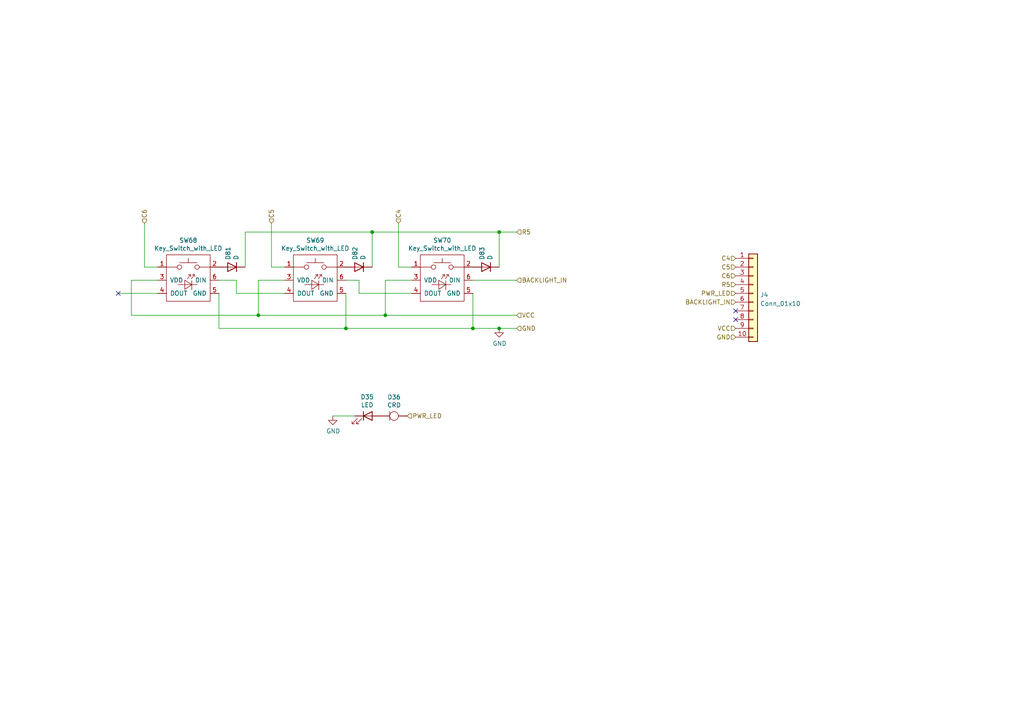
<source format=kicad_sch>
(kicad_sch (version 20211123) (generator eeschema)
  (paper "A4")
  (lib_symbols
    (symbol "Connector_Generic:Conn_01x10" (pin_names (offset 1.016) hide)
      (property "Reference" "J" (at 0 12.7 0))
      (property "Value" "Conn_01x10" (at 0 -15.24 0))
      (symbol "Conn_01x10_1_1"
        (rectangle (start -1.27 -12.573) (end 0 -12.827) (stroke (width 0.1524)))
        (rectangle (start -1.27 -10.033) (end 0 -10.287) (stroke (width 0.1524)))
        (rectangle (start -1.27 -7.493) (end 0 -7.747) (stroke (width 0.1524)))
        (rectangle (start -1.27 -4.953) (end 0 -5.207) (stroke (width 0.1524)))
        (rectangle (start -1.27 -2.413) (end 0 -2.667) (stroke (width 0.1524)))
        (rectangle (start -1.27 0.127) (end 0 -0.127) (stroke (width 0.1524)))
        (rectangle (start -1.27 2.667) (end 0 2.413) (stroke (width 0.1524)))
        (rectangle (start -1.27 5.207) (end 0 4.953) (stroke (width 0.1524)))
        (rectangle (start -1.27 7.747) (end 0 7.493) (stroke (width 0.1524)))
        (rectangle (start -1.27 10.287) (end 0 10.033) (stroke (width 0.1524)))
        (rectangle (start -1.27 11.43) (end 1.27 -13.97) (stroke (width 0.254)) (fill (type background)))
        (pin passive line (at -5.08 10.16 0) (length 3.81) (name "Pin_1") (number "1"))
        (pin passive line (at -5.08 -12.7 0) (length 3.81) (name "Pin_10") (number "10"))
        (pin passive line (at -5.08 7.62 0) (length 3.81) (name "Pin_2") (number "2"))
        (pin passive line (at -5.08 5.08 0) (length 3.81) (name "Pin_3") (number "3"))
        (pin passive line (at -5.08 2.54 0) (length 3.81) (name "Pin_4") (number "4"))
        (pin passive line (at -5.08 0 0) (length 3.81) (name "Pin_5") (number "5"))
        (pin passive line (at -5.08 -2.54 0) (length 3.81) (name "Pin_6") (number "6"))
        (pin passive line (at -5.08 -5.08 0) (length 3.81) (name "Pin_7") (number "7"))
        (pin passive line (at -5.08 -7.62 0) (length 3.81) (name "Pin_8") (number "8"))
        (pin passive line (at -5.08 -10.16 0) (length 3.81) (name "Pin_9") (number "9"))
      )
    )
    (symbol "Device:D" (pin_numbers hide) (pin_names (offset 1.016) hide)
      (property "Reference" "D" (at 0 2.54 0))
      (property "Value" "D" (at 0 -2.54 0))
      (symbol "D_0_1"
        (polyline (pts (xy -1.27 1.27) (xy -1.27 -1.27)) (stroke (width 0.254)))
        (polyline (pts (xy 1.27 0) (xy -1.27 0)))
        (polyline (pts (xy 1.27 1.27) (xy 1.27 -1.27) (xy -1.27 0) (xy 1.27 1.27)) (stroke (width 0.254)))
      )
      (symbol "D_1_1"
        (pin passive line (at -3.81 0 0) (length 2.54) (name "K") (number "1"))
        (pin passive line (at 3.81 0 180) (length 2.54) (name "A") (number "2"))
      )
    )
    (symbol "Device:LED" (pin_numbers hide) (pin_names (offset 1.016) hide)
      (property "Reference" "D" (at 0 2.54 0))
      (property "Value" "LED" (at 0 -2.54 0))
      (symbol "LED_0_1"
        (polyline (pts (xy -1.27 -1.27) (xy -1.27 1.27)) (stroke (width 0.254)))
        (polyline (pts (xy -1.27 0) (xy 1.27 0)))
        (polyline (pts (xy 1.27 -1.27) (xy 1.27 1.27) (xy -1.27 0) (xy 1.27 -1.27)) (stroke (width 0.254)))
        (polyline (pts (xy -3.048 -0.762) (xy -4.572 -2.286) (xy -3.81 -2.286) (xy -4.572 -2.286) (xy -4.572 -1.524)))
        (polyline (pts (xy -1.778 -0.762) (xy -3.302 -2.286) (xy -2.54 -2.286) (xy -3.302 -2.286) (xy -3.302 -1.524)))
      )
      (symbol "LED_1_1"
        (pin passive line (at -3.81 0 0) (length 2.54) (name "K") (number "1"))
        (pin passive line (at 3.81 0 180) (length 2.54) (name "A") (number "2"))
      )
    )
    (symbol "keyboard:CRD" (pin_names (offset 1.016))
      (property "Reference" "D" (at 0 5.08 0))
      (property "Value" "CRD" (at 0 2.54 0))
      (symbol "CRD_0_1"
        (polyline (pts (xy 1.27 1.27) (xy 1.27 -1.27)))
        (circle (center 0 0) (radius 1.27))
      )
      (symbol "CRD_1_1"
        (pin passive line (at 3.81 0 180) (length 2.54) (name "K") (number "1"))
        (pin passive line (at -3.81 0 0) (length 2.54) (name "A") (number "2"))
      )
    )
    (symbol "keyboard:Key_Switch_with_LED" (pin_names (offset 1.016))
      (property "Reference" "SW" (at 0 -11.557 0))
      (property "Value" "Key_Switch_with_LED" (at 0 5.08 0))
      (symbol "Key_Switch_with_LED_0_1"
        (rectangle (start -6.35 3.556) (end 6.35 -9.906))
        (circle (center -2.54 0) (radius 0.635))
        (polyline (pts (xy -6.35 0) (xy -3.175 0)))
        (polyline (pts (xy -2.54 1.27) (xy 2.54 1.27)))
        (polyline (pts (xy -0.254 -3.429) (xy 0.635 -2.159)))
        (polyline (pts (xy 0 -2.286) (xy 0.635 -2.159)))
        (polyline (pts (xy 0 2.54) (xy 0 1.27)))
        (polyline (pts (xy 0.635 -2.159) (xy 0.762 -2.794)))
        (polyline (pts (xy 1.016 -3.937) (xy 1.016 -6.604)))
        (polyline (pts (xy 2.54 -5.08) (xy -3.048 -5.08)))
        (polyline (pts (xy 6.35 0) (xy 3.175 0)))
        (polyline (pts (xy -1.016 -3.81) (xy -1.016 -6.477) (xy 1.016 -5.08) (xy -1.016 -3.81)))
        (circle (center 2.54 0) (radius 0.635))
      )
      (symbol "Key_Switch_with_LED_1_1"
        (polyline (pts (xy 0.889 -3.429) (xy 1.778 -2.159)))
        (polyline (pts (xy 1.143 -2.286) (xy 1.778 -2.159)))
        (polyline (pts (xy 1.778 -2.159) (xy 1.905 -2.794)))
        (pin bidirectional line (at -8.89 0 0) (length 2.54) (name "~") (number "1"))
        (pin bidirectional line (at 8.89 0 180) (length 2.54) (name "~") (number "2"))
        (pin power_in line (at -8.89 -3.81 0) (length 2.54) (name "VDD") (number "3"))
        (pin output line (at -8.89 -7.62 0) (length 2.54) (name "DOUT") (number "4"))
        (pin power_in line (at 8.89 -7.62 180) (length 2.54) (name "GND") (number "5"))
        (pin input line (at 8.89 -3.81 180) (length 2.54) (name "DIN") (number "6"))
      )
    )
    (symbol "power:GND" (power) (pin_names (offset 0))
      (property "Value" "GND" (at 0 -3.81 0))
      (symbol "GND_0_1"
        (polyline (pts (xy 0 0) (xy 0 -1.27) (xy 1.27 -1.27) (xy 0 -2.54) (xy -1.27 -1.27) (xy 0 -1.27)))
      )
      (symbol "GND_1_1"
        (pin power_in line (at 0 0 270) (length 0) hide (name "GND") (number "1"))
      )
    )
  )
  (junction (at 74.93 91.44))
  (junction (at 137.16 95.25))
  (junction (at 111.76 91.44))
  (junction (at 100.33 95.25))
  (junction (at 144.78 95.25))
  (junction (at 144.78 67.31))
  (junction (at 107.95 67.31))
  (no_connect (at 34.29 85.09))
  (no_connect (at 213.36 90.17))
  (no_connect (at 213.36 92.71))
  (wire (pts (xy 74.93 91.44) (xy 111.76 91.44)))
  (wire (pts (xy 137.16 95.25) (xy 144.78 95.25)))
  (wire (pts (xy 71.12 67.31) (xy 107.95 67.31)))
  (wire (pts (xy 45.72 81.28) (xy 38.1 81.28)))
  (wire (pts (xy 82.55 81.28) (xy 74.93 81.28)))
  (wire (pts (xy 71.12 77.47) (xy 71.12 67.31)))
  (wire (pts (xy 78.74 77.47) (xy 82.55 77.47)))
  (wire (pts (xy 107.95 67.31) (xy 144.78 67.31)))
  (wire (pts (xy 100.33 81.28) (xy 104.14 81.28)))
  (wire (pts (xy 38.1 91.44) (xy 74.93 91.44)))
  (wire (pts (xy 41.91 77.47) (xy 45.72 77.47)))
  (wire (pts (xy 34.29 85.09) (xy 45.72 85.09)))
  (wire (pts (xy 144.78 95.25) (xy 149.86 95.25)))
  (wire (pts (xy 119.38 81.28) (xy 111.76 81.28)))
  (wire (pts (xy 102.87 120.65) (xy 96.52 120.65)))
  (wire (pts (xy 107.95 77.47) (xy 107.95 67.31)))
  (wire (pts (xy 137.16 85.09) (xy 137.16 95.25)))
  (wire (pts (xy 38.1 81.28) (xy 38.1 91.44)))
  (wire (pts (xy 104.14 85.09) (xy 119.38 85.09)))
  (wire (pts (xy 111.76 91.44) (xy 149.86 91.44)))
  (wire (pts (xy 104.14 81.28) (xy 104.14 85.09)))
  (wire (pts (xy 144.78 77.47) (xy 144.78 67.31)))
  (wire (pts (xy 100.33 85.09) (xy 100.33 95.25)))
  (wire (pts (xy 63.5 85.09) (xy 63.5 95.25)))
  (wire (pts (xy 115.57 77.47) (xy 119.38 77.47)))
  (wire (pts (xy 144.78 67.31) (xy 149.86 67.31)))
  (wire (pts (xy 115.57 64.77) (xy 115.57 77.47)))
  (wire (pts (xy 68.58 81.28) (xy 68.58 85.09)))
  (wire (pts (xy 41.91 64.77) (xy 41.91 77.47)))
  (wire (pts (xy 137.16 81.28) (xy 149.86 81.28)))
  (wire (pts (xy 63.5 95.25) (xy 100.33 95.25)))
  (wire (pts (xy 74.93 81.28) (xy 74.93 91.44)))
  (wire (pts (xy 100.33 95.25) (xy 137.16 95.25)))
  (wire (pts (xy 68.58 85.09) (xy 82.55 85.09)))
  (wire (pts (xy 111.76 81.28) (xy 111.76 91.44)))
  (wire (pts (xy 63.5 81.28) (xy 68.58 81.28)))
  (wire (pts (xy 78.74 64.77) (xy 78.74 77.47)))
  (hierarchical_label "C5" (shape input) (at 78.74 64.77 90))
  (hierarchical_label "C4" (shape input) (at 115.57 64.77 90))
  (hierarchical_label "C5" (shape input) (at 213.36 77.47 180))
  (hierarchical_label "VCC" (shape input) (at 149.86 91.44 0))
  (hierarchical_label "C6" (shape input) (at 41.91 64.77 90))
  (hierarchical_label "GND" (shape input) (at 213.36 97.79 180))
  (hierarchical_label "BACKLIGHT_IN" (shape input) (at 213.36 87.63 180))
  (hierarchical_label "R5" (shape input) (at 213.36 82.55 180))
  (hierarchical_label "R5" (shape input) (at 149.86 67.31 0))
  (hierarchical_label "BACKLIGHT_IN" (shape input) (at 149.86 81.28 0))
  (hierarchical_label "PWR_LED" (shape input) (at 118.11 120.65 0))
  (hierarchical_label "GND" (shape input) (at 149.86 95.25 0))
  (hierarchical_label "C4" (shape input) (at 213.36 74.93 180))
  (hierarchical_label "VCC" (shape input) (at 213.36 95.25 180))
  (hierarchical_label "PWR_LED" (shape input) (at 213.36 85.09 180))
  (hierarchical_label "C6" (shape input) (at 213.36 80.01 180))
  (symbol (lib_id "Device:D") (at 140.97 77.47 180) (unit 1)
    (property "Reference" "D83" (at 139.8016 75.438 90) (effects (justify right)))
    (property "Value" "D" (at 142.113 75.438 90) (effects (justify right)))
    (property "Footprint" "keyboard:Diode" (effects hide))
  )
  (symbol (lib_id "keyboard:Key_Switch_with_LED") (at 128.27 77.47 0) (unit 1)
    (property "Reference" "SW70" (at 128.27 69.723 0))
    (property "Value" "Key_Switch_with_LED" (at 128.27 72.0344 0))
    (property "Footprint" "keyboard:MX_Socket_LED" (effects hide))
  )
  (symbol (lib_id "Device:D") (at 67.31 77.47 180) (unit 1)
    (property "Reference" "D81" (at 66.1416 75.438 90) (effects (justify right)))
    (property "Value" "D" (at 68.453 75.438 90) (effects (justify right)))
    (property "Footprint" "keyboard:Diode" (effects hide))
  )
  (symbol (lib_id "keyboard:Key_Switch_with_LED") (at 54.61 77.47 0) (unit 1)
    (property "Reference" "SW68" (at 54.61 69.723 0))
    (property "Value" "Key_Switch_with_LED" (at 54.61 72.0344 0))
    (property "Footprint" "keyboard:MX_Socket_LED" (effects hide))
  )
  (symbol (lib_id "Device:D") (at 104.14 77.47 180) (unit 1)
    (property "Reference" "D82" (at 102.9716 75.438 90) (effects (justify right)))
    (property "Value" "D" (at 105.283 75.438 90) (effects (justify right)))
    (property "Footprint" "keyboard:Diode" (effects hide))
  )
  (symbol (lib_id "keyboard:Key_Switch_with_LED") (at 91.44 77.47 0) (unit 1)
    (property "Reference" "SW69" (at 91.44 69.723 0))
    (property "Value" "Key_Switch_with_LED" (at 91.44 72.0344 0))
    (property "Footprint" "keyboard:MX_Socket_LED" (effects hide))
  )
  (symbol (lib_id "power:GND") (at 144.78 95.25 0) (unit 1)
    (property "Reference" "#PWR0105" (effects hide))
    (property "Value" "GND" (at 144.907 99.6442 0))
  )
  (symbol (lib_id "Device:LED") (at 106.68 120.65 0) (unit 1)
    (property "Reference" "D35" (at 106.5022 115.1382 0))
    (property "Value" "LED" (at 106.5022 117.4496 0))
    (property "Footprint" "LED_THT:LED_D3.0mm" (effects hide))
  )
  (symbol (lib_id "keyboard:CRD") (at 114.3 120.65 180) (unit 1)
    (property "Reference" "D36" (at 114.3 115.189 0))
    (property "Value" "CRD" (at 114.3 117.5004 0))
    (property "Footprint" "keyboard:CRD" (effects hide))
  )
  (symbol (lib_id "power:GND") (at 96.52 120.65 0) (unit 1)
    (property "Reference" "#PWR0106" (effects hide))
    (property "Value" "GND" (at 96.647 125.0442 0))
  )
  (symbol (lib_id "Connector_Generic:Conn_01x10") (at 218.44 85.09 0) (unit 1)
    (property "Reference" "J4" (at 220.472 85.5253 0) (effects (justify left)))
    (property "Value" "Conn_01x10" (at 220.472 88.0622 0) (effects (justify left)))
    (property "Footprint" "Connector_JST:JST_PH_S10B-PH-K_1x10_P2.00mm_Horizontal" (effects hide))
  )
)
</source>
